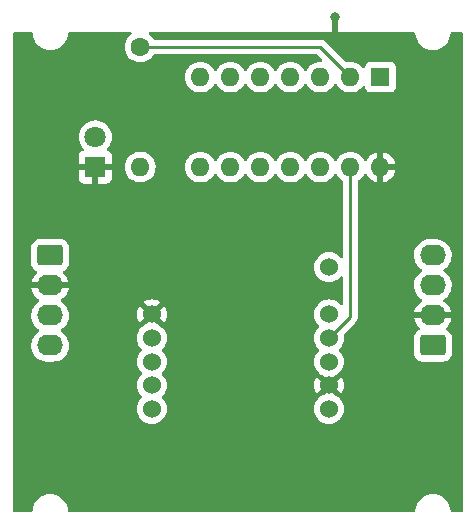
<source format=gbl>
%TF.GenerationSoftware,KiCad,Pcbnew,7.0.7*%
%TF.CreationDate,2023-09-28T15:49:41-05:00*%
%TF.ProjectId,iowa-rover-kiosk-rfid,696f7761-2d72-46f7-9665-722d6b696f73,rev?*%
%TF.SameCoordinates,Original*%
%TF.FileFunction,Copper,L2,Bot*%
%TF.FilePolarity,Positive*%
%FSLAX46Y46*%
G04 Gerber Fmt 4.6, Leading zero omitted, Abs format (unit mm)*
G04 Created by KiCad (PCBNEW 7.0.7) date 2023-09-28 15:49:41*
%MOMM*%
%LPD*%
G01*
G04 APERTURE LIST*
G04 Aperture macros list*
%AMRoundRect*
0 Rectangle with rounded corners*
0 $1 Rounding radius*
0 $2 $3 $4 $5 $6 $7 $8 $9 X,Y pos of 4 corners*
0 Add a 4 corners polygon primitive as box body*
4,1,4,$2,$3,$4,$5,$6,$7,$8,$9,$2,$3,0*
0 Add four circle primitives for the rounded corners*
1,1,$1+$1,$2,$3*
1,1,$1+$1,$4,$5*
1,1,$1+$1,$6,$7*
1,1,$1+$1,$8,$9*
0 Add four rect primitives between the rounded corners*
20,1,$1+$1,$2,$3,$4,$5,0*
20,1,$1+$1,$4,$5,$6,$7,0*
20,1,$1+$1,$6,$7,$8,$9,0*
20,1,$1+$1,$8,$9,$2,$3,0*%
G04 Aperture macros list end*
%TA.AperFunction,ComponentPad*%
%ADD10RoundRect,0.250000X-0.845000X0.620000X-0.845000X-0.620000X0.845000X-0.620000X0.845000X0.620000X0*%
%TD*%
%TA.AperFunction,ComponentPad*%
%ADD11O,2.190000X1.740000*%
%TD*%
%TA.AperFunction,ComponentPad*%
%ADD12C,1.524000*%
%TD*%
%TA.AperFunction,ComponentPad*%
%ADD13C,1.600000*%
%TD*%
%TA.AperFunction,ComponentPad*%
%ADD14O,1.600000X1.600000*%
%TD*%
%TA.AperFunction,ComponentPad*%
%ADD15R,1.800000X1.800000*%
%TD*%
%TA.AperFunction,ComponentPad*%
%ADD16C,1.800000*%
%TD*%
%TA.AperFunction,ComponentPad*%
%ADD17RoundRect,0.250000X0.845000X-0.620000X0.845000X0.620000X-0.845000X0.620000X-0.845000X-0.620000X0*%
%TD*%
%TA.AperFunction,ComponentPad*%
%ADD18R,1.600000X1.600000*%
%TD*%
%TA.AperFunction,ViaPad*%
%ADD19C,0.800000*%
%TD*%
%TA.AperFunction,Conductor*%
%ADD20C,0.500000*%
%TD*%
%TA.AperFunction,Conductor*%
%ADD21C,0.250000*%
%TD*%
G04 APERTURE END LIST*
D10*
%TO.P,J1,1,Pin_1*%
%TO.N,+5V*%
X102850000Y-50665000D03*
D11*
%TO.P,J1,2,Pin_2*%
%TO.N,GND*%
X102850000Y-53205000D03*
%TO.P,J1,3,Pin_3*%
%TO.N,/SDA*%
X102850000Y-55745000D03*
%TO.P,J1,4,Pin_4*%
%TO.N,/SCL*%
X102850000Y-58285000D03*
%TD*%
D12*
%TO.P,U1,1,GND*%
%TO.N,GND*%
X111465000Y-55665000D03*
%TO.P,U1,2,RES*%
%TO.N,+5V*%
X111465000Y-57665000D03*
%TO.P,U1,3*%
%TO.N,unconnected-(U1-Pad3)*%
X111465000Y-59665000D03*
%TO.P,U1,4*%
%TO.N,unconnected-(U1-Pad4)*%
X111465000Y-61665000D03*
%TO.P,U1,5,CP*%
%TO.N,unconnected-(U1-CP-Pad5)*%
X111465000Y-63665000D03*
%TO.P,U1,6,TIR*%
%TO.N,unconnected-(U1-TIR-Pad6)*%
X126465000Y-63665000D03*
%TO.P,U1,7,FMT*%
%TO.N,GND*%
X126465000Y-61665000D03*
%TO.P,U1,8,D1*%
%TO.N,unconnected-(U1-D1-Pad8)*%
X126465000Y-59665000D03*
%TO.P,U1,9,D0*%
%TO.N,Net-(U1-D0)*%
X126465000Y-57665000D03*
%TO.P,U1,10,READ*%
%TO.N,unconnected-(U1-READ-Pad10)*%
X126465000Y-55665000D03*
%TO.P,U1,11,PWR*%
%TO.N,+5V*%
X126465000Y-51665000D03*
%TD*%
D13*
%TO.P,R1,1*%
%TO.N,Net-(U2-XTAL1{slash}PB0)*%
X110490000Y-33020000D03*
D14*
%TO.P,R1,2*%
%TO.N,Net-(D1-A)*%
X110490000Y-43180000D03*
%TD*%
D15*
%TO.P,D1,1,K*%
%TO.N,GND*%
X106680000Y-43180000D03*
D16*
%TO.P,D1,2,A*%
%TO.N,Net-(D1-A)*%
X106680000Y-40640000D03*
%TD*%
D17*
%TO.P,J2,1,Pin_1*%
%TO.N,+5V*%
X135255000Y-58285000D03*
D11*
%TO.P,J2,2,Pin_2*%
%TO.N,GND*%
X135255000Y-55745000D03*
%TO.P,J2,3,Pin_3*%
%TO.N,/SDA*%
X135255000Y-53205000D03*
%TO.P,J2,4,Pin_4*%
%TO.N,/SCL*%
X135255000Y-50665000D03*
%TD*%
D18*
%TO.P,U2,1,VCC*%
%TO.N,+5V*%
X130815000Y-35570000D03*
D14*
%TO.P,U2,2,XTAL1/PB0*%
%TO.N,Net-(U2-XTAL1{slash}PB0)*%
X128275000Y-35570000D03*
%TO.P,U2,3,XTAL2/PB1*%
%TO.N,unconnected-(U2-XTAL2{slash}PB1-Pad3)*%
X125735000Y-35570000D03*
%TO.P,U2,4,~{RESET}/PB3*%
%TO.N,unconnected-(U2-~{RESET}{slash}PB3-Pad4)*%
X123195000Y-35570000D03*
%TO.P,U2,5,PB2*%
%TO.N,unconnected-(U2-PB2-Pad5)*%
X120655000Y-35570000D03*
%TO.P,U2,6,PA7*%
%TO.N,unconnected-(U2-PA7-Pad6)*%
X118115000Y-35570000D03*
%TO.P,U2,7,PA6*%
%TO.N,/SDA*%
X115575000Y-35570000D03*
%TO.P,U2,8,PA5*%
%TO.N,unconnected-(U2-PA5-Pad8)*%
X115575000Y-43190000D03*
%TO.P,U2,9,PA4*%
%TO.N,/SCL*%
X118115000Y-43190000D03*
%TO.P,U2,10,PA3*%
%TO.N,Net-(JP3-B)*%
X120655000Y-43190000D03*
%TO.P,U2,11,PA2*%
%TO.N,Net-(JP2-B)*%
X123195000Y-43190000D03*
%TO.P,U2,12,PA1*%
%TO.N,Net-(JP1-B)*%
X125735000Y-43190000D03*
%TO.P,U2,13,AREF/PA0*%
%TO.N,Net-(U1-D0)*%
X128275000Y-43190000D03*
%TO.P,U2,14,GND*%
%TO.N,GND*%
X130815000Y-43190000D03*
%TD*%
D19*
%TO.N,GND*%
X127000000Y-30480000D03*
%TD*%
D20*
%TO.N,GND*%
X127000000Y-30480000D02*
X127000000Y-31750000D01*
D21*
%TO.N,Net-(U2-XTAL1{slash}PB0)*%
X125725000Y-33020000D02*
X128275000Y-35570000D01*
X110490000Y-33020000D02*
X125725000Y-33020000D01*
%TO.N,Net-(U1-D0)*%
X128275000Y-43190000D02*
X128275000Y-55855000D01*
X128275000Y-55855000D02*
X126465000Y-57665000D01*
%TD*%
%TA.AperFunction,Conductor*%
%TO.N,GND*%
G36*
X101312539Y-31769685D02*
G01*
X101358294Y-31822489D01*
X101368471Y-31869274D01*
X101369076Y-31869224D01*
X101369454Y-31873790D01*
X101369500Y-31874000D01*
X101369500Y-31874334D01*
X101410429Y-32119616D01*
X101491169Y-32354802D01*
X101491172Y-32354811D01*
X101596740Y-32549883D01*
X101609526Y-32573509D01*
X101762262Y-32769744D01*
X101921744Y-32916557D01*
X101945217Y-32938166D01*
X102153393Y-33074173D01*
X102381118Y-33174063D01*
X102622175Y-33235107D01*
X102622179Y-33235108D01*
X102622181Y-33235108D01*
X102622186Y-33235109D01*
X102755376Y-33246145D01*
X102807933Y-33250500D01*
X102807935Y-33250500D01*
X102932065Y-33250500D01*
X102932067Y-33250500D01*
X102993284Y-33245427D01*
X103117813Y-33235109D01*
X103117816Y-33235108D01*
X103117821Y-33235108D01*
X103358881Y-33174063D01*
X103586607Y-33074173D01*
X103794785Y-32938164D01*
X103977738Y-32769744D01*
X104130474Y-32573509D01*
X104248828Y-32354810D01*
X104329571Y-32119614D01*
X104370500Y-31874335D01*
X104370500Y-31874000D01*
X104370539Y-31873865D01*
X104370924Y-31869224D01*
X104371879Y-31869303D01*
X104390185Y-31806961D01*
X104442989Y-31761206D01*
X104494500Y-31750000D01*
X109643117Y-31750000D01*
X109710156Y-31769685D01*
X109755911Y-31822489D01*
X109765855Y-31891647D01*
X109736830Y-31955203D01*
X109714240Y-31975575D01*
X109650858Y-32019954D01*
X109489954Y-32180858D01*
X109359432Y-32367265D01*
X109359431Y-32367267D01*
X109263261Y-32573502D01*
X109263258Y-32573511D01*
X109204366Y-32793302D01*
X109204364Y-32793313D01*
X109184532Y-33019998D01*
X109184532Y-33020001D01*
X109204364Y-33246686D01*
X109204366Y-33246697D01*
X109263258Y-33466488D01*
X109263261Y-33466497D01*
X109359431Y-33672732D01*
X109359432Y-33672734D01*
X109489954Y-33859141D01*
X109650858Y-34020045D01*
X109650861Y-34020047D01*
X109837266Y-34150568D01*
X110043504Y-34246739D01*
X110263308Y-34305635D01*
X110425230Y-34319801D01*
X110489998Y-34325468D01*
X110490000Y-34325468D01*
X110490002Y-34325468D01*
X110546672Y-34320509D01*
X110716692Y-34305635D01*
X110936496Y-34246739D01*
X111142734Y-34150568D01*
X111329139Y-34020047D01*
X111490047Y-33859139D01*
X111602612Y-33698377D01*
X111657189Y-33654752D01*
X111704188Y-33645500D01*
X125414548Y-33645500D01*
X125481587Y-33665185D01*
X125502229Y-33681819D01*
X125877591Y-34057181D01*
X125911076Y-34118504D01*
X125906092Y-34188196D01*
X125864220Y-34244129D01*
X125798756Y-34268546D01*
X125779104Y-34268390D01*
X125735003Y-34264532D01*
X125734998Y-34264532D01*
X125508313Y-34284364D01*
X125508302Y-34284366D01*
X125288511Y-34343258D01*
X125288502Y-34343261D01*
X125082267Y-34439431D01*
X125082265Y-34439432D01*
X124895858Y-34569954D01*
X124734954Y-34730858D01*
X124604432Y-34917265D01*
X124604430Y-34917268D01*
X124577380Y-34975277D01*
X124531207Y-35027715D01*
X124464013Y-35046866D01*
X124397132Y-35026649D01*
X124352619Y-34975277D01*
X124325568Y-34917266D01*
X124244855Y-34801994D01*
X124195045Y-34730858D01*
X124034141Y-34569954D01*
X123847734Y-34439432D01*
X123847732Y-34439431D01*
X123641497Y-34343261D01*
X123641488Y-34343258D01*
X123421697Y-34284366D01*
X123421693Y-34284365D01*
X123421692Y-34284365D01*
X123421691Y-34284364D01*
X123421686Y-34284364D01*
X123195002Y-34264532D01*
X123194998Y-34264532D01*
X122968313Y-34284364D01*
X122968302Y-34284366D01*
X122748511Y-34343258D01*
X122748502Y-34343261D01*
X122542267Y-34439431D01*
X122542265Y-34439432D01*
X122355858Y-34569954D01*
X122194954Y-34730858D01*
X122064432Y-34917265D01*
X122064430Y-34917268D01*
X122037380Y-34975277D01*
X121991207Y-35027715D01*
X121924013Y-35046866D01*
X121857132Y-35026649D01*
X121812619Y-34975277D01*
X121785568Y-34917266D01*
X121704855Y-34801994D01*
X121655045Y-34730858D01*
X121494141Y-34569954D01*
X121307734Y-34439432D01*
X121307732Y-34439431D01*
X121101497Y-34343261D01*
X121101488Y-34343258D01*
X120881697Y-34284366D01*
X120881693Y-34284365D01*
X120881692Y-34284365D01*
X120881691Y-34284364D01*
X120881686Y-34284364D01*
X120655002Y-34264532D01*
X120654998Y-34264532D01*
X120428313Y-34284364D01*
X120428302Y-34284366D01*
X120208511Y-34343258D01*
X120208502Y-34343261D01*
X120002267Y-34439431D01*
X120002265Y-34439432D01*
X119815858Y-34569954D01*
X119654954Y-34730858D01*
X119524432Y-34917265D01*
X119524430Y-34917268D01*
X119497380Y-34975277D01*
X119451207Y-35027715D01*
X119384013Y-35046866D01*
X119317132Y-35026649D01*
X119272619Y-34975277D01*
X119245568Y-34917266D01*
X119164855Y-34801994D01*
X119115045Y-34730858D01*
X118954141Y-34569954D01*
X118767734Y-34439432D01*
X118767732Y-34439431D01*
X118561497Y-34343261D01*
X118561488Y-34343258D01*
X118341697Y-34284366D01*
X118341693Y-34284365D01*
X118341692Y-34284365D01*
X118341691Y-34284364D01*
X118341686Y-34284364D01*
X118115002Y-34264532D01*
X118114998Y-34264532D01*
X117888313Y-34284364D01*
X117888302Y-34284366D01*
X117668511Y-34343258D01*
X117668502Y-34343261D01*
X117462267Y-34439431D01*
X117462265Y-34439432D01*
X117275858Y-34569954D01*
X117114954Y-34730858D01*
X116984432Y-34917265D01*
X116984430Y-34917268D01*
X116957380Y-34975277D01*
X116911207Y-35027715D01*
X116844013Y-35046866D01*
X116777132Y-35026649D01*
X116732619Y-34975277D01*
X116705568Y-34917266D01*
X116624855Y-34801994D01*
X116575045Y-34730858D01*
X116414141Y-34569954D01*
X116227734Y-34439432D01*
X116227732Y-34439431D01*
X116021497Y-34343261D01*
X116021488Y-34343258D01*
X115801697Y-34284366D01*
X115801693Y-34284365D01*
X115801692Y-34284365D01*
X115801691Y-34284364D01*
X115801686Y-34284364D01*
X115575002Y-34264532D01*
X115574998Y-34264532D01*
X115348313Y-34284364D01*
X115348302Y-34284366D01*
X115128511Y-34343258D01*
X115128502Y-34343261D01*
X114922267Y-34439431D01*
X114922265Y-34439432D01*
X114735858Y-34569954D01*
X114574954Y-34730858D01*
X114444432Y-34917265D01*
X114444431Y-34917267D01*
X114348261Y-35123502D01*
X114348258Y-35123511D01*
X114289366Y-35343302D01*
X114289364Y-35343313D01*
X114269532Y-35569998D01*
X114269532Y-35570001D01*
X114289364Y-35796686D01*
X114289366Y-35796697D01*
X114348258Y-36016488D01*
X114348261Y-36016497D01*
X114444431Y-36222732D01*
X114444432Y-36222734D01*
X114574954Y-36409141D01*
X114735858Y-36570045D01*
X114735861Y-36570047D01*
X114922266Y-36700568D01*
X115128504Y-36796739D01*
X115348308Y-36855635D01*
X115510230Y-36869801D01*
X115574998Y-36875468D01*
X115575000Y-36875468D01*
X115575002Y-36875468D01*
X115631807Y-36870498D01*
X115801692Y-36855635D01*
X116021496Y-36796739D01*
X116227734Y-36700568D01*
X116414139Y-36570047D01*
X116575047Y-36409139D01*
X116705568Y-36222734D01*
X116732618Y-36164724D01*
X116778790Y-36112285D01*
X116845983Y-36093133D01*
X116912865Y-36113348D01*
X116957382Y-36164725D01*
X116984429Y-36222728D01*
X116984432Y-36222734D01*
X117114954Y-36409141D01*
X117275858Y-36570045D01*
X117275861Y-36570047D01*
X117462266Y-36700568D01*
X117668504Y-36796739D01*
X117888308Y-36855635D01*
X118050230Y-36869801D01*
X118114998Y-36875468D01*
X118115000Y-36875468D01*
X118115002Y-36875468D01*
X118171807Y-36870498D01*
X118341692Y-36855635D01*
X118561496Y-36796739D01*
X118767734Y-36700568D01*
X118954139Y-36570047D01*
X119115047Y-36409139D01*
X119245568Y-36222734D01*
X119272618Y-36164724D01*
X119318790Y-36112285D01*
X119385983Y-36093133D01*
X119452865Y-36113348D01*
X119497382Y-36164725D01*
X119524429Y-36222728D01*
X119524432Y-36222734D01*
X119654954Y-36409141D01*
X119815858Y-36570045D01*
X119815861Y-36570047D01*
X120002266Y-36700568D01*
X120208504Y-36796739D01*
X120428308Y-36855635D01*
X120590230Y-36869801D01*
X120654998Y-36875468D01*
X120655000Y-36875468D01*
X120655002Y-36875468D01*
X120711807Y-36870498D01*
X120881692Y-36855635D01*
X121101496Y-36796739D01*
X121307734Y-36700568D01*
X121494139Y-36570047D01*
X121655047Y-36409139D01*
X121785568Y-36222734D01*
X121812618Y-36164724D01*
X121858790Y-36112285D01*
X121925983Y-36093133D01*
X121992865Y-36113348D01*
X122037382Y-36164725D01*
X122064429Y-36222728D01*
X122064432Y-36222734D01*
X122194954Y-36409141D01*
X122355858Y-36570045D01*
X122355861Y-36570047D01*
X122542266Y-36700568D01*
X122748504Y-36796739D01*
X122968308Y-36855635D01*
X123130230Y-36869801D01*
X123194998Y-36875468D01*
X123195000Y-36875468D01*
X123195002Y-36875468D01*
X123251807Y-36870498D01*
X123421692Y-36855635D01*
X123641496Y-36796739D01*
X123847734Y-36700568D01*
X124034139Y-36570047D01*
X124195047Y-36409139D01*
X124325568Y-36222734D01*
X124352619Y-36164721D01*
X124398788Y-36112286D01*
X124465981Y-36093133D01*
X124532862Y-36113348D01*
X124577380Y-36164722D01*
X124604432Y-36222734D01*
X124604433Y-36222735D01*
X124734954Y-36409141D01*
X124895858Y-36570045D01*
X124895861Y-36570047D01*
X125082266Y-36700568D01*
X125288504Y-36796739D01*
X125508308Y-36855635D01*
X125670230Y-36869801D01*
X125734998Y-36875468D01*
X125735000Y-36875468D01*
X125735002Y-36875468D01*
X125791807Y-36870498D01*
X125961692Y-36855635D01*
X126181496Y-36796739D01*
X126387734Y-36700568D01*
X126574139Y-36570047D01*
X126735047Y-36409139D01*
X126865568Y-36222734D01*
X126892619Y-36164721D01*
X126938788Y-36112286D01*
X127005981Y-36093133D01*
X127072862Y-36113348D01*
X127117380Y-36164722D01*
X127144432Y-36222734D01*
X127144433Y-36222735D01*
X127274954Y-36409141D01*
X127435858Y-36570045D01*
X127435861Y-36570047D01*
X127622266Y-36700568D01*
X127828504Y-36796739D01*
X128048308Y-36855635D01*
X128210230Y-36869801D01*
X128274998Y-36875468D01*
X128275000Y-36875468D01*
X128275002Y-36875468D01*
X128331807Y-36870498D01*
X128501692Y-36855635D01*
X128721496Y-36796739D01*
X128927734Y-36700568D01*
X129114139Y-36570047D01*
X129275047Y-36409139D01*
X129292271Y-36384539D01*
X129346848Y-36340913D01*
X129416346Y-36333718D01*
X129478701Y-36365239D01*
X129514116Y-36425468D01*
X129517138Y-36442406D01*
X129520908Y-36477483D01*
X129571202Y-36612328D01*
X129571206Y-36612335D01*
X129657452Y-36727544D01*
X129657455Y-36727547D01*
X129772664Y-36813793D01*
X129772671Y-36813797D01*
X129907517Y-36864091D01*
X129907516Y-36864091D01*
X129914444Y-36864835D01*
X129967127Y-36870500D01*
X131662872Y-36870499D01*
X131722483Y-36864091D01*
X131857331Y-36813796D01*
X131972546Y-36727546D01*
X132058796Y-36612331D01*
X132109091Y-36477483D01*
X132115500Y-36417873D01*
X132115499Y-34722128D01*
X132109091Y-34662517D01*
X132074567Y-34569954D01*
X132058797Y-34527671D01*
X132058793Y-34527664D01*
X131972547Y-34412455D01*
X131972544Y-34412452D01*
X131857335Y-34326206D01*
X131857328Y-34326202D01*
X131722482Y-34275908D01*
X131722483Y-34275908D01*
X131662883Y-34269501D01*
X131662881Y-34269500D01*
X131662873Y-34269500D01*
X131662864Y-34269500D01*
X129967129Y-34269500D01*
X129967123Y-34269501D01*
X129907516Y-34275908D01*
X129772671Y-34326202D01*
X129772664Y-34326206D01*
X129657455Y-34412452D01*
X129657452Y-34412455D01*
X129571206Y-34527664D01*
X129571202Y-34527671D01*
X129520908Y-34662516D01*
X129517137Y-34697596D01*
X129490398Y-34762146D01*
X129433006Y-34801994D01*
X129363180Y-34804487D01*
X129303092Y-34768834D01*
X129292273Y-34755462D01*
X129275045Y-34730858D01*
X129114141Y-34569954D01*
X128927734Y-34439432D01*
X128927732Y-34439431D01*
X128721497Y-34343261D01*
X128721488Y-34343258D01*
X128501697Y-34284366D01*
X128501693Y-34284365D01*
X128501692Y-34284365D01*
X128501691Y-34284364D01*
X128501686Y-34284364D01*
X128275002Y-34264532D01*
X128274999Y-34264532D01*
X128048313Y-34284364D01*
X128048296Y-34284367D01*
X127979949Y-34302680D01*
X127910099Y-34301016D01*
X127860177Y-34270586D01*
X126225803Y-32636212D01*
X126215980Y-32623950D01*
X126215759Y-32624134D01*
X126210786Y-32618123D01*
X126160364Y-32570773D01*
X126149919Y-32560328D01*
X126139475Y-32549883D01*
X126133986Y-32545625D01*
X126129561Y-32541847D01*
X126095582Y-32509938D01*
X126095580Y-32509936D01*
X126095577Y-32509935D01*
X126078029Y-32500288D01*
X126061763Y-32489604D01*
X126045933Y-32477325D01*
X126003168Y-32458818D01*
X125997922Y-32456248D01*
X125957093Y-32433803D01*
X125957092Y-32433802D01*
X125937693Y-32428822D01*
X125919281Y-32422518D01*
X125900898Y-32414562D01*
X125900892Y-32414560D01*
X125854874Y-32407272D01*
X125849152Y-32406087D01*
X125804021Y-32394500D01*
X125804019Y-32394500D01*
X125783984Y-32394500D01*
X125764586Y-32392973D01*
X125757162Y-32391797D01*
X125744805Y-32389840D01*
X125744804Y-32389840D01*
X125698416Y-32394225D01*
X125692578Y-32394500D01*
X111704188Y-32394500D01*
X111637149Y-32374815D01*
X111602613Y-32341623D01*
X111490045Y-32180858D01*
X111329141Y-32019954D01*
X111265760Y-31975575D01*
X111222135Y-31920999D01*
X111214941Y-31851501D01*
X111246463Y-31789146D01*
X111306693Y-31753731D01*
X111336883Y-31750000D01*
X133630500Y-31750000D01*
X133697539Y-31769685D01*
X133743294Y-31822489D01*
X133753471Y-31869274D01*
X133754076Y-31869224D01*
X133754454Y-31873790D01*
X133754500Y-31874000D01*
X133754500Y-31874334D01*
X133795429Y-32119616D01*
X133876169Y-32354802D01*
X133876172Y-32354811D01*
X133981740Y-32549883D01*
X133994526Y-32573509D01*
X134147262Y-32769744D01*
X134306744Y-32916557D01*
X134330217Y-32938166D01*
X134538393Y-33074173D01*
X134766118Y-33174063D01*
X135007175Y-33235107D01*
X135007179Y-33235108D01*
X135007181Y-33235108D01*
X135007186Y-33235109D01*
X135140376Y-33246145D01*
X135192933Y-33250500D01*
X135192935Y-33250500D01*
X135317065Y-33250500D01*
X135317067Y-33250500D01*
X135378284Y-33245427D01*
X135502813Y-33235109D01*
X135502816Y-33235108D01*
X135502821Y-33235108D01*
X135743881Y-33174063D01*
X135971607Y-33074173D01*
X136179785Y-32938164D01*
X136362738Y-32769744D01*
X136515474Y-32573509D01*
X136633828Y-32354810D01*
X136714571Y-32119614D01*
X136755500Y-31874335D01*
X136755500Y-31874000D01*
X136755539Y-31873865D01*
X136755924Y-31869224D01*
X136756879Y-31869303D01*
X136775185Y-31806961D01*
X136827989Y-31761206D01*
X136879500Y-31750000D01*
X137671000Y-31750000D01*
X137738039Y-31769685D01*
X137783794Y-31822489D01*
X137795000Y-31874000D01*
X137795000Y-72266000D01*
X137775315Y-72333039D01*
X137722511Y-72378794D01*
X137671000Y-72390000D01*
X136879500Y-72390000D01*
X136812461Y-72370315D01*
X136766706Y-72317511D01*
X136756528Y-72270725D01*
X136755924Y-72270776D01*
X136755545Y-72266209D01*
X136755500Y-72266000D01*
X136755500Y-72265665D01*
X136714570Y-72020383D01*
X136633830Y-71785197D01*
X136633827Y-71785188D01*
X136515475Y-71566493D01*
X136515474Y-71566491D01*
X136362738Y-71370256D01*
X136179785Y-71201836D01*
X136179782Y-71201833D01*
X135971606Y-71065826D01*
X135743881Y-70965936D01*
X135502824Y-70904892D01*
X135502813Y-70904890D01*
X135337548Y-70891197D01*
X135317067Y-70889500D01*
X135192933Y-70889500D01*
X135173521Y-70891108D01*
X135007186Y-70904890D01*
X135007175Y-70904892D01*
X134766118Y-70965936D01*
X134538393Y-71065826D01*
X134330217Y-71201833D01*
X134147261Y-71370257D01*
X133994524Y-71566493D01*
X133876172Y-71785188D01*
X133876169Y-71785197D01*
X133795429Y-72020383D01*
X133754500Y-72265665D01*
X133754500Y-72266000D01*
X133754460Y-72266134D01*
X133754076Y-72270776D01*
X133753120Y-72270696D01*
X133734815Y-72333039D01*
X133682011Y-72378794D01*
X133630500Y-72390000D01*
X104494500Y-72390000D01*
X104427461Y-72370315D01*
X104381706Y-72317511D01*
X104371528Y-72270725D01*
X104370924Y-72270776D01*
X104370545Y-72266209D01*
X104370500Y-72266000D01*
X104370500Y-72265665D01*
X104329570Y-72020383D01*
X104248830Y-71785197D01*
X104248827Y-71785188D01*
X104130475Y-71566493D01*
X104130474Y-71566491D01*
X103977738Y-71370256D01*
X103794785Y-71201836D01*
X103794782Y-71201833D01*
X103586606Y-71065826D01*
X103358881Y-70965936D01*
X103117824Y-70904892D01*
X103117813Y-70904890D01*
X102952548Y-70891197D01*
X102932067Y-70889500D01*
X102807933Y-70889500D01*
X102788521Y-70891108D01*
X102622186Y-70904890D01*
X102622175Y-70904892D01*
X102381118Y-70965936D01*
X102153393Y-71065826D01*
X101945217Y-71201833D01*
X101762261Y-71370257D01*
X101609524Y-71566493D01*
X101491172Y-71785188D01*
X101491169Y-71785197D01*
X101410429Y-72020383D01*
X101369500Y-72265665D01*
X101369500Y-72266000D01*
X101369460Y-72266134D01*
X101369076Y-72270776D01*
X101368120Y-72270696D01*
X101349815Y-72333039D01*
X101297011Y-72378794D01*
X101245500Y-72390000D01*
X99819500Y-72390000D01*
X99752461Y-72370315D01*
X99706706Y-72317511D01*
X99695500Y-72266000D01*
X99695500Y-63665002D01*
X110197677Y-63665002D01*
X110216929Y-63885062D01*
X110216930Y-63885070D01*
X110274104Y-64098445D01*
X110274105Y-64098447D01*
X110274106Y-64098450D01*
X110367466Y-64298662D01*
X110367468Y-64298666D01*
X110494170Y-64479615D01*
X110494175Y-64479621D01*
X110650378Y-64635824D01*
X110650384Y-64635829D01*
X110831333Y-64762531D01*
X110831335Y-64762532D01*
X110831338Y-64762534D01*
X111031550Y-64855894D01*
X111244932Y-64913070D01*
X111402123Y-64926822D01*
X111464998Y-64932323D01*
X111465000Y-64932323D01*
X111465002Y-64932323D01*
X111520016Y-64927509D01*
X111685068Y-64913070D01*
X111898450Y-64855894D01*
X112098662Y-64762534D01*
X112279620Y-64635826D01*
X112435826Y-64479620D01*
X112562534Y-64298662D01*
X112655894Y-64098450D01*
X112713070Y-63885068D01*
X112732323Y-63665000D01*
X112713070Y-63444932D01*
X112655894Y-63231550D01*
X112562534Y-63031339D01*
X112435826Y-62850380D01*
X112435824Y-62850377D01*
X112338127Y-62752680D01*
X112304642Y-62691357D01*
X112309626Y-62621665D01*
X112338123Y-62577322D01*
X112435826Y-62479620D01*
X112562534Y-62298662D01*
X112655894Y-62098450D01*
X112713070Y-61885068D01*
X112732323Y-61665000D01*
X112729532Y-61633102D01*
X112724027Y-61570177D01*
X112713070Y-61444932D01*
X112655894Y-61231550D01*
X112562534Y-61031339D01*
X112435826Y-60850380D01*
X112435824Y-60850377D01*
X112338127Y-60752680D01*
X112304642Y-60691357D01*
X112309626Y-60621665D01*
X112338123Y-60577322D01*
X112435826Y-60479620D01*
X112562534Y-60298662D01*
X112655894Y-60098450D01*
X112713070Y-59885068D01*
X112732323Y-59665000D01*
X112730194Y-59640670D01*
X112721243Y-59538353D01*
X112713070Y-59444932D01*
X112655894Y-59231550D01*
X112562534Y-59031339D01*
X112435826Y-58850380D01*
X112435824Y-58850377D01*
X112338127Y-58752680D01*
X112304642Y-58691357D01*
X112309626Y-58621665D01*
X112338123Y-58577322D01*
X112435826Y-58479620D01*
X112562534Y-58298662D01*
X112655894Y-58098450D01*
X112713070Y-57885068D01*
X112732323Y-57665000D01*
X112727948Y-57614998D01*
X112713070Y-57444937D01*
X112713070Y-57444932D01*
X112655894Y-57231550D01*
X112562534Y-57031339D01*
X112475544Y-56907103D01*
X112435827Y-56850381D01*
X112362440Y-56776994D01*
X112279620Y-56694174D01*
X112279616Y-56694171D01*
X112279615Y-56694170D01*
X112098666Y-56567468D01*
X112098662Y-56567466D01*
X111959677Y-56502656D01*
X111924401Y-56477955D01*
X111634276Y-56187829D01*
X111600791Y-56126506D01*
X111605775Y-56056814D01*
X111647647Y-56000881D01*
X111662933Y-55991097D01*
X111702251Y-55969820D01*
X111788371Y-55876269D01*
X111789083Y-55874643D01*
X111790652Y-55872777D01*
X111793992Y-55867666D01*
X111794609Y-55868069D01*
X111834036Y-55821158D01*
X111900770Y-55800464D01*
X111968099Y-55819135D01*
X111990322Y-55836769D01*
X112516740Y-56363187D01*
X112516742Y-56363186D01*
X112562093Y-56298420D01*
X112562100Y-56298408D01*
X112655419Y-56098284D01*
X112655424Y-56098270D01*
X112712573Y-55884986D01*
X112712575Y-55884976D01*
X112731821Y-55665000D01*
X112731821Y-55664999D01*
X112712575Y-55445023D01*
X112712573Y-55445013D01*
X112655424Y-55231729D01*
X112655420Y-55231720D01*
X112562098Y-55031590D01*
X112516740Y-54966811D01*
X111987949Y-55495602D01*
X111926626Y-55529087D01*
X111856934Y-55524103D01*
X111801001Y-55482231D01*
X111796460Y-55475743D01*
X111749189Y-55403391D01*
X111749187Y-55403388D01*
X111693673Y-55360180D01*
X111648843Y-55325287D01*
X111648840Y-55325285D01*
X111648488Y-55325012D01*
X111607675Y-55268301D01*
X111604000Y-55198529D01*
X111636969Y-55139477D01*
X112163187Y-54613258D01*
X112098409Y-54567900D01*
X112098407Y-54567899D01*
X111898284Y-54474580D01*
X111898270Y-54474575D01*
X111684986Y-54417426D01*
X111684976Y-54417424D01*
X111465001Y-54398179D01*
X111464999Y-54398179D01*
X111245023Y-54417424D01*
X111245013Y-54417426D01*
X111031729Y-54474575D01*
X111031720Y-54474579D01*
X110831586Y-54567903D01*
X110766812Y-54613257D01*
X110766811Y-54613258D01*
X111295723Y-55142170D01*
X111329208Y-55203493D01*
X111324224Y-55273185D01*
X111282352Y-55329118D01*
X111267059Y-55338906D01*
X111227749Y-55360179D01*
X111227748Y-55360179D01*
X111141626Y-55453733D01*
X111141626Y-55453734D01*
X111140911Y-55455365D01*
X111139340Y-55457233D01*
X111136008Y-55462334D01*
X111135391Y-55461931D01*
X111095952Y-55508849D01*
X111029215Y-55529535D01*
X110961888Y-55510857D01*
X110939677Y-55493230D01*
X110413258Y-54966811D01*
X110413257Y-54966812D01*
X110367903Y-55031586D01*
X110274579Y-55231720D01*
X110274575Y-55231729D01*
X110217426Y-55445013D01*
X110217424Y-55445023D01*
X110198179Y-55664999D01*
X110198179Y-55665000D01*
X110217424Y-55884976D01*
X110217426Y-55884986D01*
X110274575Y-56098270D01*
X110274580Y-56098284D01*
X110367899Y-56298407D01*
X110367900Y-56298409D01*
X110413258Y-56363187D01*
X110942050Y-55834395D01*
X111003373Y-55800910D01*
X111073064Y-55805894D01*
X111128998Y-55847765D01*
X111133539Y-55854254D01*
X111180813Y-55926612D01*
X111281157Y-56004713D01*
X111281160Y-56004714D01*
X111281511Y-56004987D01*
X111322324Y-56061697D01*
X111325999Y-56131470D01*
X111293030Y-56190522D01*
X111005597Y-56477955D01*
X110970322Y-56502656D01*
X110831339Y-56567465D01*
X110650377Y-56694175D01*
X110494175Y-56850377D01*
X110367466Y-57031338D01*
X110367465Y-57031340D01*
X110274107Y-57231548D01*
X110274104Y-57231554D01*
X110216930Y-57444929D01*
X110216929Y-57444937D01*
X110197677Y-57664997D01*
X110197677Y-57665002D01*
X110216929Y-57885062D01*
X110216930Y-57885070D01*
X110274104Y-58098445D01*
X110274105Y-58098447D01*
X110274106Y-58098450D01*
X110333874Y-58226624D01*
X110367466Y-58298662D01*
X110367468Y-58298666D01*
X110494170Y-58479615D01*
X110494175Y-58479621D01*
X110591872Y-58577318D01*
X110625357Y-58638641D01*
X110620373Y-58708333D01*
X110591873Y-58752680D01*
X110494172Y-58850381D01*
X110367466Y-59031338D01*
X110367465Y-59031340D01*
X110274107Y-59231548D01*
X110274104Y-59231554D01*
X110216930Y-59444929D01*
X110216929Y-59444937D01*
X110197677Y-59664997D01*
X110197677Y-59665002D01*
X110216929Y-59885062D01*
X110216930Y-59885070D01*
X110274104Y-60098445D01*
X110274105Y-60098447D01*
X110274106Y-60098450D01*
X110367466Y-60298662D01*
X110367468Y-60298666D01*
X110494170Y-60479615D01*
X110494175Y-60479621D01*
X110591872Y-60577318D01*
X110625357Y-60638641D01*
X110620373Y-60708333D01*
X110591873Y-60752680D01*
X110494172Y-60850381D01*
X110367466Y-61031338D01*
X110367465Y-61031340D01*
X110274107Y-61231548D01*
X110274104Y-61231554D01*
X110216930Y-61444929D01*
X110216929Y-61444937D01*
X110197677Y-61664997D01*
X110197677Y-61665002D01*
X110216929Y-61885062D01*
X110216930Y-61885070D01*
X110274104Y-62098445D01*
X110274105Y-62098447D01*
X110274106Y-62098450D01*
X110315784Y-62187829D01*
X110367466Y-62298662D01*
X110367468Y-62298666D01*
X110494170Y-62479615D01*
X110494175Y-62479621D01*
X110591872Y-62577318D01*
X110625357Y-62638641D01*
X110620373Y-62708333D01*
X110591873Y-62752680D01*
X110494172Y-62850381D01*
X110367466Y-63031338D01*
X110367465Y-63031340D01*
X110274107Y-63231548D01*
X110274104Y-63231554D01*
X110216930Y-63444929D01*
X110216929Y-63444937D01*
X110197677Y-63664997D01*
X110197677Y-63665002D01*
X99695500Y-63665002D01*
X99695500Y-58226624D01*
X101250784Y-58226624D01*
X101260685Y-58459700D01*
X101260686Y-58459709D01*
X101309836Y-58687766D01*
X101309837Y-58687769D01*
X101396819Y-58904231D01*
X101396821Y-58904235D01*
X101519138Y-59102891D01*
X101632372Y-59231550D01*
X101673270Y-59278019D01*
X101673273Y-59278022D01*
X101854773Y-59424573D01*
X101854779Y-59424578D01*
X102058445Y-59538353D01*
X102058448Y-59538354D01*
X102278416Y-59616073D01*
X102406725Y-59638074D01*
X102508344Y-59655499D01*
X102508353Y-59655500D01*
X103133221Y-59655500D01*
X103307446Y-59640671D01*
X103307446Y-59640670D01*
X103307453Y-59640670D01*
X103533219Y-59581885D01*
X103745802Y-59485792D01*
X103939088Y-59355153D01*
X104107516Y-59193728D01*
X104246240Y-59006161D01*
X104351270Y-58797847D01*
X104419583Y-58574780D01*
X104449216Y-58343376D01*
X104439314Y-58110293D01*
X104390164Y-57882235D01*
X104303179Y-57665765D01*
X104180862Y-57467109D01*
X104026731Y-57291982D01*
X104026729Y-57291980D01*
X104026726Y-57291977D01*
X103845226Y-57145426D01*
X103845215Y-57145419D01*
X103804897Y-57122895D01*
X103755971Y-57073015D01*
X103741779Y-57004602D01*
X103766827Y-56939376D01*
X103795931Y-56911910D01*
X103939088Y-56815153D01*
X104107516Y-56653728D01*
X104246240Y-56466161D01*
X104351270Y-56257847D01*
X104419583Y-56034780D01*
X104449216Y-55803376D01*
X104439314Y-55570293D01*
X104390164Y-55342235D01*
X104303179Y-55125765D01*
X104180862Y-54927109D01*
X104026731Y-54751982D01*
X104026729Y-54751980D01*
X104026726Y-54751977D01*
X103845226Y-54605426D01*
X103845216Y-54605419D01*
X103804408Y-54582622D01*
X103755482Y-54532742D01*
X103741290Y-54464329D01*
X103766338Y-54399104D01*
X103795447Y-54371633D01*
X103938772Y-54274763D01*
X104107139Y-54113396D01*
X104107140Y-54113395D01*
X104245810Y-53925902D01*
X104350803Y-53717661D01*
X104419093Y-53494670D01*
X104424173Y-53455000D01*
X103558616Y-53455000D01*
X103491577Y-53435315D01*
X103445822Y-53382511D01*
X103435677Y-53314815D01*
X103450134Y-53205001D01*
X103450134Y-53204998D01*
X103435677Y-53095185D01*
X103446443Y-53026150D01*
X103492823Y-52973894D01*
X103558616Y-52955000D01*
X104422576Y-52955000D01*
X104422575Y-52954999D01*
X104389683Y-52802380D01*
X104389683Y-52802379D01*
X104302732Y-52585994D01*
X104180458Y-52387407D01*
X104026383Y-52212344D01*
X103986202Y-52179900D01*
X103946410Y-52122469D01*
X103943984Y-52052642D01*
X103979694Y-51992587D01*
X104011714Y-51971034D01*
X104014321Y-51969818D01*
X104014334Y-51969814D01*
X104163656Y-51877712D01*
X104287712Y-51753656D01*
X104379814Y-51604334D01*
X104434999Y-51437797D01*
X104445500Y-51335009D01*
X104445499Y-49994992D01*
X104434999Y-49892203D01*
X104379814Y-49725666D01*
X104287712Y-49576344D01*
X104163656Y-49452288D01*
X104027189Y-49368115D01*
X104014336Y-49360187D01*
X104014331Y-49360185D01*
X104012862Y-49359698D01*
X103847797Y-49305001D01*
X103847795Y-49305000D01*
X103745010Y-49294500D01*
X101954998Y-49294500D01*
X101954981Y-49294501D01*
X101852203Y-49305000D01*
X101852200Y-49305001D01*
X101685668Y-49360185D01*
X101685663Y-49360187D01*
X101536342Y-49452289D01*
X101412289Y-49576342D01*
X101320187Y-49725663D01*
X101320185Y-49725666D01*
X101320186Y-49725666D01*
X101265001Y-49892203D01*
X101265001Y-49892204D01*
X101265000Y-49892204D01*
X101254500Y-49994983D01*
X101254500Y-51335001D01*
X101254501Y-51335018D01*
X101265000Y-51437796D01*
X101265001Y-51437799D01*
X101310043Y-51573726D01*
X101320186Y-51604334D01*
X101412288Y-51753656D01*
X101536344Y-51877712D01*
X101685666Y-51969814D01*
X101685669Y-51969815D01*
X101688419Y-51971097D01*
X101689991Y-51972481D01*
X101691813Y-51973605D01*
X101691621Y-51973916D01*
X101740861Y-52017267D01*
X101760016Y-52084460D01*
X101739803Y-52151342D01*
X101721821Y-52173004D01*
X101592860Y-52296603D01*
X101592859Y-52296604D01*
X101454189Y-52484097D01*
X101349196Y-52692338D01*
X101280906Y-52915329D01*
X101275826Y-52954999D01*
X101275827Y-52955000D01*
X102141384Y-52955000D01*
X102208423Y-52974685D01*
X102254178Y-53027489D01*
X102264323Y-53095185D01*
X102249866Y-53204998D01*
X102249866Y-53205001D01*
X102264323Y-53314815D01*
X102253557Y-53383850D01*
X102207177Y-53436106D01*
X102141384Y-53455000D01*
X101277424Y-53455000D01*
X101310316Y-53607619D01*
X101310316Y-53607620D01*
X101397267Y-53824005D01*
X101519541Y-54022592D01*
X101673617Y-54197656D01*
X101673621Y-54197660D01*
X101855054Y-54344157D01*
X101855060Y-54344162D01*
X101895565Y-54366789D01*
X101944491Y-54416669D01*
X101958684Y-54485082D01*
X101933637Y-54550308D01*
X101904529Y-54577778D01*
X101760907Y-54674850D01*
X101592483Y-54836272D01*
X101592482Y-54836273D01*
X101453762Y-55023834D01*
X101348733Y-55232147D01*
X101348730Y-55232153D01*
X101280416Y-55455223D01*
X101250784Y-55686624D01*
X101260685Y-55919700D01*
X101260686Y-55919709D01*
X101309836Y-56147766D01*
X101309837Y-56147769D01*
X101396819Y-56364231D01*
X101396821Y-56364235D01*
X101519138Y-56562891D01*
X101672954Y-56737660D01*
X101673270Y-56738019D01*
X101673273Y-56738022D01*
X101854773Y-56884573D01*
X101854775Y-56884574D01*
X101854780Y-56884578D01*
X101895102Y-56907103D01*
X101944028Y-56956983D01*
X101958220Y-57025396D01*
X101933172Y-57090622D01*
X101904065Y-57118092D01*
X101760907Y-57214850D01*
X101592483Y-57376272D01*
X101592482Y-57376273D01*
X101453762Y-57563834D01*
X101348733Y-57772147D01*
X101348730Y-57772153D01*
X101280416Y-57995223D01*
X101250784Y-58226624D01*
X99695500Y-58226624D01*
X99695500Y-40640006D01*
X105274700Y-40640006D01*
X105293864Y-40871297D01*
X105293866Y-40871308D01*
X105350842Y-41096300D01*
X105444075Y-41308848D01*
X105571018Y-41503150D01*
X105666167Y-41606510D01*
X105697089Y-41669164D01*
X105689228Y-41738590D01*
X105645081Y-41792746D01*
X105618271Y-41806674D01*
X105537911Y-41836646D01*
X105537906Y-41836649D01*
X105422812Y-41922809D01*
X105422809Y-41922812D01*
X105336649Y-42037906D01*
X105336645Y-42037913D01*
X105286403Y-42172620D01*
X105286401Y-42172627D01*
X105280000Y-42232155D01*
X105280000Y-42930000D01*
X106119997Y-42930000D01*
X106187036Y-42949685D01*
X106232791Y-43002489D01*
X106242735Y-43071647D01*
X106240888Y-43081592D01*
X106226189Y-43145992D01*
X106226189Y-43145993D01*
X106237021Y-43290532D01*
X106234920Y-43290689D01*
X106231405Y-43348139D01*
X106190110Y-43404499D01*
X106124899Y-43429587D01*
X106114784Y-43430000D01*
X105280000Y-43430000D01*
X105280000Y-44127844D01*
X105286401Y-44187372D01*
X105286403Y-44187379D01*
X105336645Y-44322086D01*
X105336649Y-44322093D01*
X105422809Y-44437187D01*
X105422812Y-44437190D01*
X105537906Y-44523350D01*
X105537913Y-44523354D01*
X105672620Y-44573596D01*
X105672627Y-44573598D01*
X105732155Y-44579999D01*
X105732172Y-44580000D01*
X106429999Y-44580000D01*
X106429999Y-43741820D01*
X106449683Y-43674781D01*
X106502487Y-43629026D01*
X106571646Y-43619082D01*
X106590544Y-43623328D01*
X106612173Y-43630000D01*
X106713723Y-43630000D01*
X106713724Y-43630000D01*
X106787519Y-43618877D01*
X106856742Y-43628350D01*
X106909857Y-43673744D01*
X106929997Y-43740648D01*
X106930000Y-43741492D01*
X106930000Y-44580000D01*
X107627828Y-44580000D01*
X107627844Y-44579999D01*
X107687372Y-44573598D01*
X107687379Y-44573596D01*
X107822086Y-44523354D01*
X107822093Y-44523350D01*
X107937187Y-44437190D01*
X107937190Y-44437187D01*
X108023350Y-44322093D01*
X108023354Y-44322086D01*
X108073596Y-44187379D01*
X108073598Y-44187372D01*
X108079999Y-44127844D01*
X108080000Y-44127827D01*
X108080000Y-43430000D01*
X107240003Y-43430000D01*
X107172964Y-43410315D01*
X107127209Y-43357511D01*
X107117265Y-43288353D01*
X107119112Y-43278408D01*
X107133810Y-43214007D01*
X107133810Y-43214006D01*
X107131262Y-43180001D01*
X109184532Y-43180001D01*
X109204364Y-43406686D01*
X109204366Y-43406697D01*
X109263258Y-43626488D01*
X109263261Y-43626497D01*
X109359431Y-43832732D01*
X109359432Y-43832734D01*
X109489954Y-44019141D01*
X109650858Y-44180045D01*
X109650861Y-44180047D01*
X109837266Y-44310568D01*
X110043504Y-44406739D01*
X110043509Y-44406740D01*
X110043511Y-44406741D01*
X110080821Y-44416738D01*
X110263308Y-44465635D01*
X110425230Y-44479801D01*
X110489998Y-44485468D01*
X110490000Y-44485468D01*
X110490002Y-44485468D01*
X110546673Y-44480509D01*
X110716692Y-44465635D01*
X110936496Y-44406739D01*
X111142734Y-44310568D01*
X111329139Y-44180047D01*
X111490047Y-44019139D01*
X111620568Y-43832734D01*
X111716739Y-43626496D01*
X111775635Y-43406692D01*
X111794593Y-43190001D01*
X114269532Y-43190001D01*
X114289364Y-43416686D01*
X114289366Y-43416697D01*
X114348258Y-43636488D01*
X114348261Y-43636497D01*
X114444431Y-43842732D01*
X114444432Y-43842734D01*
X114574954Y-44029141D01*
X114735858Y-44190045D01*
X114735861Y-44190047D01*
X114922266Y-44320568D01*
X115128504Y-44416739D01*
X115348308Y-44475635D01*
X115510230Y-44489801D01*
X115574998Y-44495468D01*
X115575000Y-44495468D01*
X115575002Y-44495468D01*
X115631673Y-44490509D01*
X115801692Y-44475635D01*
X116021496Y-44416739D01*
X116227734Y-44320568D01*
X116414139Y-44190047D01*
X116575047Y-44029139D01*
X116705568Y-43842734D01*
X116732618Y-43784724D01*
X116778790Y-43732285D01*
X116845983Y-43713133D01*
X116912865Y-43733348D01*
X116957382Y-43784725D01*
X116984429Y-43842728D01*
X116984432Y-43842734D01*
X117114954Y-44029141D01*
X117275858Y-44190045D01*
X117275861Y-44190047D01*
X117462266Y-44320568D01*
X117668504Y-44416739D01*
X117888308Y-44475635D01*
X118050230Y-44489801D01*
X118114998Y-44495468D01*
X118115000Y-44495468D01*
X118115002Y-44495468D01*
X118171672Y-44490509D01*
X118341692Y-44475635D01*
X118561496Y-44416739D01*
X118767734Y-44320568D01*
X118954139Y-44190047D01*
X119115047Y-44029139D01*
X119245568Y-43842734D01*
X119272619Y-43784721D01*
X119318788Y-43732286D01*
X119385981Y-43713133D01*
X119452862Y-43733348D01*
X119497380Y-43784722D01*
X119524432Y-43842734D01*
X119580316Y-43922546D01*
X119654954Y-44029141D01*
X119815858Y-44190045D01*
X119815861Y-44190047D01*
X120002266Y-44320568D01*
X120208504Y-44416739D01*
X120428308Y-44475635D01*
X120590230Y-44489801D01*
X120654998Y-44495468D01*
X120655000Y-44495468D01*
X120655002Y-44495468D01*
X120711673Y-44490509D01*
X120881692Y-44475635D01*
X121101496Y-44416739D01*
X121307734Y-44320568D01*
X121494139Y-44190047D01*
X121655047Y-44029139D01*
X121785568Y-43842734D01*
X121812619Y-43784721D01*
X121858788Y-43732286D01*
X121925981Y-43713133D01*
X121992862Y-43733348D01*
X122037380Y-43784722D01*
X122064432Y-43842734D01*
X122120317Y-43922546D01*
X122194954Y-44029141D01*
X122355858Y-44190045D01*
X122355861Y-44190047D01*
X122542266Y-44320568D01*
X122748504Y-44416739D01*
X122968308Y-44475635D01*
X123130230Y-44489801D01*
X123194998Y-44495468D01*
X123195000Y-44495468D01*
X123195002Y-44495468D01*
X123251672Y-44490509D01*
X123421692Y-44475635D01*
X123641496Y-44416739D01*
X123847734Y-44320568D01*
X124034139Y-44190047D01*
X124195047Y-44029139D01*
X124325568Y-43842734D01*
X124352619Y-43784721D01*
X124398788Y-43732286D01*
X124465981Y-43713133D01*
X124532862Y-43733348D01*
X124577380Y-43784722D01*
X124604432Y-43842734D01*
X124660317Y-43922546D01*
X124734954Y-44029141D01*
X124895858Y-44190045D01*
X124895861Y-44190047D01*
X125082266Y-44320568D01*
X125288504Y-44416739D01*
X125508308Y-44475635D01*
X125670230Y-44489801D01*
X125734998Y-44495468D01*
X125735000Y-44495468D01*
X125735002Y-44495468D01*
X125791673Y-44490509D01*
X125961692Y-44475635D01*
X126181496Y-44416739D01*
X126387734Y-44320568D01*
X126574139Y-44190047D01*
X126735047Y-44029139D01*
X126865568Y-43842734D01*
X126892619Y-43784721D01*
X126938788Y-43732286D01*
X127005981Y-43713133D01*
X127072862Y-43733348D01*
X127117380Y-43784722D01*
X127144432Y-43842734D01*
X127200317Y-43922546D01*
X127274954Y-44029141D01*
X127435857Y-44190044D01*
X127435860Y-44190046D01*
X127435861Y-44190047D01*
X127596623Y-44302613D01*
X127640247Y-44357187D01*
X127649499Y-44404186D01*
X127649499Y-50764690D01*
X127629814Y-50831729D01*
X127577010Y-50877484D01*
X127507852Y-50887428D01*
X127444296Y-50858403D01*
X127437818Y-50852372D01*
X127417175Y-50831729D01*
X127279620Y-50694174D01*
X127279616Y-50694171D01*
X127279615Y-50694170D01*
X127098666Y-50567468D01*
X127098662Y-50567466D01*
X127098661Y-50567465D01*
X126898450Y-50474106D01*
X126898447Y-50474105D01*
X126898445Y-50474104D01*
X126685070Y-50416930D01*
X126685062Y-50416929D01*
X126465002Y-50397677D01*
X126464998Y-50397677D01*
X126244937Y-50416929D01*
X126244929Y-50416930D01*
X126031554Y-50474104D01*
X126031548Y-50474107D01*
X125831340Y-50567465D01*
X125831338Y-50567466D01*
X125650377Y-50694175D01*
X125494175Y-50850377D01*
X125367466Y-51031338D01*
X125367465Y-51031340D01*
X125274107Y-51231548D01*
X125274104Y-51231554D01*
X125216930Y-51444929D01*
X125216929Y-51444937D01*
X125197677Y-51664997D01*
X125197677Y-51665002D01*
X125216929Y-51885062D01*
X125216930Y-51885070D01*
X125274104Y-52098445D01*
X125274105Y-52098447D01*
X125274106Y-52098450D01*
X125366352Y-52296272D01*
X125367466Y-52298662D01*
X125367468Y-52298666D01*
X125494170Y-52479615D01*
X125494175Y-52479621D01*
X125650378Y-52635824D01*
X125650384Y-52635829D01*
X125831333Y-52762531D01*
X125831335Y-52762532D01*
X125831338Y-52762534D01*
X126031550Y-52855894D01*
X126244932Y-52913070D01*
X126402123Y-52926822D01*
X126464998Y-52932323D01*
X126465000Y-52932323D01*
X126465002Y-52932323D01*
X126520016Y-52927509D01*
X126685068Y-52913070D01*
X126898450Y-52855894D01*
X127098662Y-52762534D01*
X127279620Y-52635826D01*
X127435826Y-52479620D01*
X127435830Y-52479613D01*
X127437818Y-52477626D01*
X127499142Y-52444141D01*
X127568833Y-52449125D01*
X127624767Y-52490996D01*
X127649184Y-52556461D01*
X127649500Y-52565307D01*
X127649500Y-54764691D01*
X127629815Y-54831730D01*
X127577011Y-54877485D01*
X127507853Y-54887429D01*
X127444297Y-54858404D01*
X127437819Y-54852373D01*
X127417176Y-54831730D01*
X127279620Y-54694174D01*
X127279616Y-54694171D01*
X127279615Y-54694170D01*
X127098666Y-54567468D01*
X127098662Y-54567466D01*
X127031339Y-54536073D01*
X126898450Y-54474106D01*
X126898447Y-54474105D01*
X126898445Y-54474104D01*
X126685070Y-54416930D01*
X126685062Y-54416929D01*
X126465002Y-54397677D01*
X126464998Y-54397677D01*
X126244937Y-54416929D01*
X126244929Y-54416930D01*
X126031554Y-54474104D01*
X126031548Y-54474107D01*
X125831340Y-54567465D01*
X125831338Y-54567466D01*
X125650377Y-54694175D01*
X125494175Y-54850377D01*
X125367466Y-55031338D01*
X125367465Y-55031340D01*
X125274107Y-55231548D01*
X125274104Y-55231554D01*
X125216930Y-55444929D01*
X125216929Y-55444937D01*
X125197677Y-55664997D01*
X125197677Y-55665002D01*
X125216929Y-55885062D01*
X125216930Y-55885070D01*
X125274104Y-56098445D01*
X125274105Y-56098447D01*
X125274106Y-56098450D01*
X125363589Y-56290348D01*
X125367466Y-56298662D01*
X125367468Y-56298666D01*
X125494170Y-56479615D01*
X125494175Y-56479621D01*
X125591872Y-56577318D01*
X125625357Y-56638641D01*
X125620373Y-56708333D01*
X125591873Y-56752680D01*
X125494172Y-56850381D01*
X125367466Y-57031338D01*
X125367465Y-57031340D01*
X125274107Y-57231548D01*
X125274104Y-57231554D01*
X125216930Y-57444929D01*
X125216929Y-57444937D01*
X125197677Y-57664997D01*
X125197677Y-57665002D01*
X125216929Y-57885062D01*
X125216930Y-57885070D01*
X125274104Y-58098445D01*
X125274105Y-58098447D01*
X125274106Y-58098450D01*
X125333874Y-58226624D01*
X125367466Y-58298662D01*
X125367468Y-58298666D01*
X125494170Y-58479615D01*
X125494175Y-58479621D01*
X125591872Y-58577318D01*
X125625357Y-58638641D01*
X125620373Y-58708333D01*
X125591873Y-58752680D01*
X125494172Y-58850381D01*
X125367466Y-59031338D01*
X125367465Y-59031340D01*
X125274107Y-59231548D01*
X125274104Y-59231554D01*
X125216930Y-59444929D01*
X125216929Y-59444937D01*
X125197677Y-59664997D01*
X125197677Y-59665002D01*
X125216929Y-59885062D01*
X125216930Y-59885070D01*
X125274104Y-60098445D01*
X125274105Y-60098447D01*
X125274106Y-60098450D01*
X125367466Y-60298661D01*
X125367466Y-60298662D01*
X125367468Y-60298666D01*
X125494170Y-60479615D01*
X125494174Y-60479620D01*
X125650380Y-60635826D01*
X125831338Y-60762534D01*
X125970321Y-60827342D01*
X126005596Y-60852042D01*
X126295723Y-61142170D01*
X126329208Y-61203493D01*
X126324224Y-61273185D01*
X126282352Y-61329118D01*
X126267059Y-61338906D01*
X126227749Y-61360179D01*
X126227748Y-61360179D01*
X126141626Y-61453733D01*
X126141626Y-61453734D01*
X126140911Y-61455365D01*
X126139340Y-61457233D01*
X126136008Y-61462334D01*
X126135391Y-61461931D01*
X126095952Y-61508849D01*
X126029215Y-61529535D01*
X125961888Y-61510857D01*
X125939677Y-61493230D01*
X125413258Y-60966811D01*
X125413257Y-60966812D01*
X125367903Y-61031586D01*
X125274579Y-61231720D01*
X125274575Y-61231729D01*
X125217426Y-61445013D01*
X125217424Y-61445023D01*
X125198179Y-61664999D01*
X125198179Y-61665000D01*
X125217424Y-61884976D01*
X125217426Y-61884986D01*
X125274575Y-62098270D01*
X125274580Y-62098284D01*
X125367899Y-62298407D01*
X125367900Y-62298409D01*
X125413258Y-62363187D01*
X125942050Y-61834395D01*
X126003373Y-61800910D01*
X126073064Y-61805894D01*
X126128998Y-61847765D01*
X126133539Y-61854254D01*
X126180813Y-61926612D01*
X126281157Y-62004713D01*
X126281160Y-62004714D01*
X126281511Y-62004987D01*
X126322324Y-62061697D01*
X126325999Y-62131470D01*
X126293030Y-62190522D01*
X126005597Y-62477955D01*
X125970322Y-62502656D01*
X125831339Y-62567465D01*
X125650377Y-62694175D01*
X125494175Y-62850377D01*
X125367466Y-63031338D01*
X125367465Y-63031340D01*
X125274107Y-63231548D01*
X125274104Y-63231554D01*
X125216930Y-63444929D01*
X125216929Y-63444937D01*
X125197677Y-63664997D01*
X125197677Y-63665002D01*
X125216929Y-63885062D01*
X125216930Y-63885070D01*
X125274104Y-64098445D01*
X125274105Y-64098447D01*
X125274106Y-64098450D01*
X125367466Y-64298661D01*
X125367466Y-64298662D01*
X125367468Y-64298666D01*
X125494170Y-64479615D01*
X125494175Y-64479621D01*
X125650378Y-64635824D01*
X125650384Y-64635829D01*
X125831333Y-64762531D01*
X125831335Y-64762532D01*
X125831338Y-64762534D01*
X126031550Y-64855894D01*
X126244932Y-64913070D01*
X126402123Y-64926822D01*
X126464998Y-64932323D01*
X126465000Y-64932323D01*
X126465002Y-64932323D01*
X126520016Y-64927509D01*
X126685068Y-64913070D01*
X126898450Y-64855894D01*
X127098662Y-64762534D01*
X127279620Y-64635826D01*
X127435826Y-64479620D01*
X127562534Y-64298662D01*
X127655894Y-64098450D01*
X127713070Y-63885068D01*
X127732323Y-63665000D01*
X127713070Y-63444932D01*
X127655894Y-63231550D01*
X127562534Y-63031339D01*
X127435826Y-62850380D01*
X127279620Y-62694174D01*
X127279616Y-62694171D01*
X127279615Y-62694170D01*
X127098666Y-62567468D01*
X127098662Y-62567466D01*
X126959677Y-62502656D01*
X126924401Y-62477955D01*
X126634276Y-62187829D01*
X126600791Y-62126506D01*
X126605775Y-62056814D01*
X126647647Y-62000881D01*
X126662933Y-61991097D01*
X126702251Y-61969820D01*
X126788371Y-61876269D01*
X126789083Y-61874643D01*
X126790652Y-61872777D01*
X126793992Y-61867666D01*
X126794609Y-61868069D01*
X126834036Y-61821158D01*
X126900770Y-61800464D01*
X126968099Y-61819135D01*
X126990322Y-61836769D01*
X127516740Y-62363187D01*
X127516742Y-62363186D01*
X127562093Y-62298420D01*
X127562100Y-62298408D01*
X127655419Y-62098284D01*
X127655424Y-62098270D01*
X127712573Y-61884986D01*
X127712575Y-61884976D01*
X127731821Y-61665000D01*
X127731821Y-61664999D01*
X127712575Y-61445023D01*
X127712573Y-61445013D01*
X127655424Y-61231729D01*
X127655420Y-61231720D01*
X127562098Y-61031590D01*
X127516740Y-60966811D01*
X126987949Y-61495602D01*
X126926626Y-61529087D01*
X126856934Y-61524103D01*
X126801001Y-61482231D01*
X126796460Y-61475743D01*
X126749189Y-61403391D01*
X126749186Y-61403387D01*
X126648487Y-61325010D01*
X126607674Y-61268300D01*
X126604000Y-61198527D01*
X126636969Y-61139476D01*
X126924402Y-60852042D01*
X126959671Y-60827346D01*
X127098662Y-60762534D01*
X127279620Y-60635826D01*
X127435826Y-60479620D01*
X127562534Y-60298662D01*
X127655894Y-60098450D01*
X127713070Y-59885068D01*
X127732323Y-59665000D01*
X127730194Y-59640670D01*
X127721243Y-59538353D01*
X127713070Y-59444932D01*
X127655894Y-59231550D01*
X127562534Y-59031339D01*
X127435826Y-58850380D01*
X127435824Y-58850377D01*
X127338127Y-58752680D01*
X127304642Y-58691357D01*
X127309626Y-58621665D01*
X127338123Y-58577322D01*
X127435826Y-58479620D01*
X127562534Y-58298662D01*
X127655894Y-58098450D01*
X127713070Y-57885068D01*
X127732323Y-57665000D01*
X127727948Y-57614998D01*
X127713070Y-57444937D01*
X127713070Y-57444932D01*
X127701291Y-57400976D01*
X127702955Y-57331126D01*
X127733384Y-57281204D01*
X128658786Y-56355802D01*
X128671048Y-56345980D01*
X128670865Y-56345759D01*
X128676867Y-56340792D01*
X128676877Y-56340786D01*
X128724241Y-56290348D01*
X128745120Y-56269470D01*
X128749373Y-56263986D01*
X128753150Y-56259563D01*
X128785062Y-56225582D01*
X128794714Y-56208023D01*
X128805389Y-56191772D01*
X128817674Y-56175936D01*
X128836186Y-56133152D01*
X128838742Y-56127935D01*
X128861197Y-56087092D01*
X128866180Y-56067680D01*
X128872477Y-56049291D01*
X128880438Y-56030895D01*
X128887729Y-55984853D01*
X128888906Y-55979166D01*
X128900500Y-55934019D01*
X128900499Y-55913986D01*
X128902027Y-55894583D01*
X128905159Y-55874808D01*
X128905160Y-55874804D01*
X128900773Y-55828395D01*
X128900499Y-55822599D01*
X128900499Y-53146624D01*
X133655784Y-53146624D01*
X133665685Y-53379700D01*
X133665686Y-53379709D01*
X133714836Y-53607766D01*
X133714837Y-53607769D01*
X133801819Y-53824231D01*
X133801821Y-53824235D01*
X133924138Y-54022891D01*
X134077954Y-54197660D01*
X134078270Y-54198019D01*
X134078273Y-54198022D01*
X134259773Y-54344573D01*
X134259779Y-54344578D01*
X134300590Y-54367376D01*
X134349517Y-54417256D01*
X134363709Y-54485669D01*
X134338661Y-54550895D01*
X134309553Y-54578365D01*
X134166228Y-54675235D01*
X133997860Y-54836603D01*
X133997859Y-54836604D01*
X133859189Y-55024097D01*
X133754196Y-55232338D01*
X133685906Y-55455329D01*
X133680826Y-55494999D01*
X133680827Y-55495000D01*
X134546384Y-55495000D01*
X134613423Y-55514685D01*
X134659178Y-55567489D01*
X134669323Y-55635185D01*
X134654866Y-55744998D01*
X134654866Y-55745001D01*
X134669323Y-55854815D01*
X134658557Y-55923850D01*
X134612177Y-55976106D01*
X134546384Y-55995000D01*
X133682424Y-55995000D01*
X133715316Y-56147619D01*
X133715316Y-56147620D01*
X133802267Y-56364005D01*
X133924541Y-56562592D01*
X134078617Y-56737656D01*
X134078621Y-56737660D01*
X134118796Y-56770099D01*
X134158589Y-56827529D01*
X134161016Y-56897357D01*
X134125305Y-56957411D01*
X134093300Y-56978958D01*
X134090667Y-56980185D01*
X133941342Y-57072289D01*
X133817289Y-57196342D01*
X133725187Y-57345663D01*
X133725185Y-57345666D01*
X133725186Y-57345666D01*
X133670001Y-57512203D01*
X133670001Y-57512204D01*
X133670000Y-57512204D01*
X133659500Y-57614983D01*
X133659500Y-58955001D01*
X133659501Y-58955018D01*
X133670000Y-59057796D01*
X133670001Y-59057799D01*
X133725185Y-59224331D01*
X133725187Y-59224336D01*
X133729637Y-59231550D01*
X133817288Y-59373656D01*
X133941344Y-59497712D01*
X134090666Y-59589814D01*
X134257203Y-59644999D01*
X134359991Y-59655500D01*
X136150008Y-59655499D01*
X136252797Y-59644999D01*
X136419334Y-59589814D01*
X136568656Y-59497712D01*
X136692712Y-59373656D01*
X136784814Y-59224334D01*
X136839999Y-59057797D01*
X136850500Y-58955009D01*
X136850499Y-57614992D01*
X136839999Y-57512203D01*
X136784814Y-57345666D01*
X136692712Y-57196344D01*
X136568656Y-57072288D01*
X136419334Y-56980186D01*
X136419332Y-56980185D01*
X136419330Y-56980184D01*
X136416574Y-56978899D01*
X136415000Y-56977513D01*
X136413187Y-56976395D01*
X136413378Y-56976085D01*
X136364135Y-56932727D01*
X136344983Y-56865533D01*
X136365199Y-56798652D01*
X136383179Y-56776994D01*
X136512139Y-56653396D01*
X136512140Y-56653395D01*
X136650810Y-56465902D01*
X136755803Y-56257661D01*
X136824093Y-56034670D01*
X136829173Y-55995000D01*
X135963616Y-55995000D01*
X135896577Y-55975315D01*
X135850822Y-55922511D01*
X135840677Y-55854815D01*
X135855134Y-55745001D01*
X135855134Y-55744998D01*
X135840677Y-55635185D01*
X135851443Y-55566150D01*
X135897823Y-55513894D01*
X135963616Y-55495000D01*
X136827576Y-55495000D01*
X136827575Y-55494999D01*
X136794683Y-55342380D01*
X136794683Y-55342379D01*
X136707732Y-55125994D01*
X136585458Y-54927407D01*
X136431382Y-54752343D01*
X136431378Y-54752339D01*
X136249945Y-54605842D01*
X136249935Y-54605835D01*
X136209433Y-54583209D01*
X136160507Y-54533329D01*
X136146315Y-54464916D01*
X136171363Y-54399691D01*
X136200469Y-54372222D01*
X136344088Y-54275153D01*
X136512516Y-54113728D01*
X136651240Y-53926161D01*
X136756270Y-53717847D01*
X136824583Y-53494780D01*
X136854216Y-53263376D01*
X136844314Y-53030293D01*
X136795164Y-52802235D01*
X136708179Y-52585765D01*
X136585862Y-52387109D01*
X136431731Y-52211982D01*
X136431729Y-52211980D01*
X136431726Y-52211977D01*
X136250226Y-52065426D01*
X136250215Y-52065419D01*
X136209897Y-52042895D01*
X136160971Y-51993015D01*
X136146779Y-51924602D01*
X136171827Y-51859376D01*
X136200931Y-51831910D01*
X136344088Y-51735153D01*
X136512516Y-51573728D01*
X136651240Y-51386161D01*
X136756270Y-51177847D01*
X136824583Y-50954780D01*
X136854216Y-50723376D01*
X136852975Y-50694175D01*
X136849256Y-50606624D01*
X136844314Y-50490293D01*
X136795164Y-50262235D01*
X136708179Y-50045765D01*
X136585862Y-49847109D01*
X136431731Y-49671982D01*
X136431729Y-49671980D01*
X136431726Y-49671977D01*
X136250226Y-49525426D01*
X136250220Y-49525421D01*
X136046554Y-49411646D01*
X135826591Y-49333929D01*
X135826586Y-49333927D01*
X135826584Y-49333927D01*
X135826580Y-49333926D01*
X135826579Y-49333926D01*
X135596655Y-49294500D01*
X135596647Y-49294500D01*
X134971784Y-49294500D01*
X134971779Y-49294500D01*
X134797553Y-49309328D01*
X134797551Y-49309329D01*
X134571781Y-49368114D01*
X134359197Y-49464208D01*
X134165911Y-49594847D01*
X134165909Y-49594849D01*
X133997483Y-49756272D01*
X133997482Y-49756273D01*
X133858762Y-49943834D01*
X133753733Y-50152147D01*
X133753730Y-50152153D01*
X133685416Y-50375223D01*
X133655784Y-50606624D01*
X133665685Y-50839700D01*
X133665686Y-50839709D01*
X133714836Y-51067766D01*
X133714837Y-51067769D01*
X133780650Y-51231550D01*
X133801821Y-51284235D01*
X133924138Y-51482891D01*
X134004083Y-51573726D01*
X134078270Y-51658019D01*
X134078273Y-51658022D01*
X134259773Y-51804573D01*
X134259775Y-51804574D01*
X134259780Y-51804578D01*
X134300102Y-51827103D01*
X134349028Y-51876983D01*
X134363220Y-51945396D01*
X134338172Y-52010622D01*
X134309065Y-52038092D01*
X134165907Y-52134850D01*
X133997483Y-52296272D01*
X133997482Y-52296273D01*
X133858762Y-52483834D01*
X133753733Y-52692147D01*
X133753730Y-52692153D01*
X133685416Y-52915223D01*
X133655784Y-53146624D01*
X128900499Y-53146624D01*
X128900499Y-44404188D01*
X128920184Y-44337150D01*
X128953376Y-44302614D01*
X129030907Y-44248325D01*
X129114139Y-44190047D01*
X129275047Y-44029139D01*
X129405568Y-43842734D01*
X129432895Y-43784129D01*
X129479064Y-43731695D01*
X129546257Y-43712542D01*
X129613139Y-43732757D01*
X129657657Y-43784133D01*
X129684865Y-43842482D01*
X129815342Y-44028820D01*
X129976179Y-44189657D01*
X130162517Y-44320134D01*
X130368673Y-44416265D01*
X130368682Y-44416269D01*
X130564999Y-44468872D01*
X130565000Y-44468871D01*
X130565000Y-43700575D01*
X130584685Y-43633536D01*
X130637489Y-43587781D01*
X130706647Y-43577837D01*
X130708331Y-43578091D01*
X130740699Y-43583218D01*
X130783515Y-43590000D01*
X130783519Y-43590000D01*
X130846485Y-43590000D01*
X130883960Y-43584064D01*
X130921602Y-43578102D01*
X130990893Y-43587056D01*
X131044346Y-43632052D01*
X131064986Y-43698803D01*
X131064999Y-43700575D01*
X131064999Y-44468872D01*
X131261317Y-44416269D01*
X131261326Y-44416265D01*
X131467482Y-44320134D01*
X131653820Y-44189657D01*
X131814657Y-44028820D01*
X131945134Y-43842482D01*
X132041265Y-43636326D01*
X132041269Y-43636317D01*
X132093872Y-43440000D01*
X131325576Y-43440000D01*
X131258537Y-43420315D01*
X131212782Y-43367511D01*
X131202838Y-43298353D01*
X131203103Y-43296603D01*
X131219986Y-43190003D01*
X131219986Y-43189996D01*
X131203103Y-43083397D01*
X131212058Y-43014104D01*
X131257054Y-42960652D01*
X131323806Y-42940013D01*
X131325576Y-42940000D01*
X132093872Y-42940000D01*
X132093872Y-42939999D01*
X132041269Y-42743682D01*
X132041265Y-42743673D01*
X131945134Y-42537517D01*
X131814657Y-42351179D01*
X131653820Y-42190342D01*
X131467482Y-42059865D01*
X131261328Y-41963734D01*
X131064999Y-41911127D01*
X131064999Y-42679424D01*
X131045314Y-42746463D01*
X130992510Y-42792218D01*
X130923352Y-42802162D01*
X130921601Y-42801897D01*
X130846486Y-42790000D01*
X130846481Y-42790000D01*
X130783519Y-42790000D01*
X130783514Y-42790000D01*
X130708398Y-42801897D01*
X130639104Y-42792942D01*
X130585652Y-42747946D01*
X130565013Y-42681194D01*
X130565000Y-42679424D01*
X130564999Y-41911127D01*
X130368671Y-41963734D01*
X130162517Y-42059865D01*
X129976179Y-42190342D01*
X129815342Y-42351179D01*
X129684867Y-42537515D01*
X129657657Y-42595867D01*
X129611484Y-42648306D01*
X129544290Y-42667457D01*
X129477409Y-42647241D01*
X129432893Y-42595865D01*
X129432617Y-42595274D01*
X129405568Y-42537266D01*
X129275047Y-42350861D01*
X129275045Y-42350858D01*
X129114141Y-42189954D01*
X128927734Y-42059432D01*
X128927732Y-42059431D01*
X128721497Y-41963261D01*
X128721488Y-41963258D01*
X128501697Y-41904366D01*
X128501693Y-41904365D01*
X128501692Y-41904365D01*
X128501691Y-41904364D01*
X128501686Y-41904364D01*
X128275002Y-41884532D01*
X128274998Y-41884532D01*
X128048313Y-41904364D01*
X128048302Y-41904366D01*
X127828511Y-41963258D01*
X127828502Y-41963261D01*
X127622267Y-42059431D01*
X127622265Y-42059432D01*
X127435858Y-42189954D01*
X127274954Y-42350858D01*
X127144432Y-42537265D01*
X127144430Y-42537268D01*
X127117380Y-42595277D01*
X127071207Y-42647715D01*
X127004013Y-42666866D01*
X126937132Y-42646649D01*
X126892619Y-42595277D01*
X126865568Y-42537266D01*
X126735047Y-42350861D01*
X126735045Y-42350858D01*
X126574141Y-42189954D01*
X126387734Y-42059432D01*
X126387732Y-42059431D01*
X126181497Y-41963261D01*
X126181488Y-41963258D01*
X125961697Y-41904366D01*
X125961693Y-41904365D01*
X125961692Y-41904365D01*
X125961691Y-41904364D01*
X125961686Y-41904364D01*
X125735002Y-41884532D01*
X125734998Y-41884532D01*
X125508313Y-41904364D01*
X125508302Y-41904366D01*
X125288511Y-41963258D01*
X125288502Y-41963261D01*
X125082267Y-42059431D01*
X125082265Y-42059432D01*
X124895858Y-42189954D01*
X124734954Y-42350858D01*
X124604432Y-42537265D01*
X124604431Y-42537267D01*
X124577382Y-42595275D01*
X124531209Y-42647714D01*
X124464016Y-42666866D01*
X124397135Y-42646650D01*
X124352618Y-42595275D01*
X124325570Y-42537271D01*
X124325568Y-42537266D01*
X124195047Y-42350861D01*
X124195045Y-42350858D01*
X124034141Y-42189954D01*
X123847734Y-42059432D01*
X123847732Y-42059431D01*
X123641497Y-41963261D01*
X123641488Y-41963258D01*
X123421697Y-41904366D01*
X123421693Y-41904365D01*
X123421692Y-41904365D01*
X123421691Y-41904364D01*
X123421686Y-41904364D01*
X123195002Y-41884532D01*
X123194998Y-41884532D01*
X122968313Y-41904364D01*
X122968302Y-41904366D01*
X122748511Y-41963258D01*
X122748502Y-41963261D01*
X122542267Y-42059431D01*
X122542265Y-42059432D01*
X122355858Y-42189954D01*
X122194954Y-42350858D01*
X122064432Y-42537265D01*
X122064431Y-42537267D01*
X122037382Y-42595275D01*
X121991209Y-42647714D01*
X121924016Y-42666866D01*
X121857135Y-42646650D01*
X121812618Y-42595275D01*
X121785570Y-42537271D01*
X121785568Y-42537266D01*
X121655047Y-42350861D01*
X121655045Y-42350858D01*
X121494141Y-42189954D01*
X121307734Y-42059432D01*
X121307732Y-42059431D01*
X121101497Y-41963261D01*
X121101488Y-41963258D01*
X120881697Y-41904366D01*
X120881693Y-41904365D01*
X120881692Y-41904365D01*
X120881691Y-41904364D01*
X120881686Y-41904364D01*
X120655002Y-41884532D01*
X120654998Y-41884532D01*
X120428313Y-41904364D01*
X120428302Y-41904366D01*
X120208511Y-41963258D01*
X120208502Y-41963261D01*
X120002267Y-42059431D01*
X120002265Y-42059432D01*
X119815858Y-42189954D01*
X119654954Y-42350858D01*
X119524432Y-42537265D01*
X119524431Y-42537267D01*
X119497382Y-42595275D01*
X119451209Y-42647714D01*
X119384016Y-42666866D01*
X119317135Y-42646650D01*
X119272618Y-42595275D01*
X119245570Y-42537271D01*
X119245568Y-42537266D01*
X119115047Y-42350861D01*
X119115045Y-42350858D01*
X118954141Y-42189954D01*
X118767734Y-42059432D01*
X118767732Y-42059431D01*
X118561497Y-41963261D01*
X118561488Y-41963258D01*
X118341697Y-41904366D01*
X118341693Y-41904365D01*
X118341692Y-41904365D01*
X118341691Y-41904364D01*
X118341686Y-41904364D01*
X118115002Y-41884532D01*
X118114998Y-41884532D01*
X117888313Y-41904364D01*
X117888302Y-41904366D01*
X117668511Y-41963258D01*
X117668502Y-41963261D01*
X117462267Y-42059431D01*
X117462265Y-42059432D01*
X117275858Y-42189954D01*
X117114954Y-42350858D01*
X116984432Y-42537265D01*
X116984431Y-42537267D01*
X116957382Y-42595275D01*
X116911209Y-42647714D01*
X116844016Y-42666866D01*
X116777135Y-42646650D01*
X116732618Y-42595275D01*
X116705570Y-42537271D01*
X116705568Y-42537266D01*
X116575047Y-42350861D01*
X116575045Y-42350858D01*
X116414141Y-42189954D01*
X116227734Y-42059432D01*
X116227732Y-42059431D01*
X116021497Y-41963261D01*
X116021488Y-41963258D01*
X115801697Y-41904366D01*
X115801693Y-41904365D01*
X115801692Y-41904365D01*
X115801691Y-41904364D01*
X115801686Y-41904364D01*
X115575002Y-41884532D01*
X115574998Y-41884532D01*
X115348313Y-41904364D01*
X115348302Y-41904366D01*
X115128511Y-41963258D01*
X115128502Y-41963261D01*
X114922267Y-42059431D01*
X114922265Y-42059432D01*
X114735858Y-42189954D01*
X114574954Y-42350858D01*
X114444432Y-42537265D01*
X114444431Y-42537267D01*
X114348261Y-42743502D01*
X114348258Y-42743511D01*
X114289366Y-42963302D01*
X114289364Y-42963313D01*
X114269532Y-43189998D01*
X114269532Y-43190001D01*
X111794593Y-43190001D01*
X111794593Y-43189998D01*
X111795468Y-43180001D01*
X111795468Y-43179998D01*
X111780922Y-43013740D01*
X111775635Y-42953308D01*
X111719420Y-42743511D01*
X111716741Y-42733511D01*
X111716738Y-42733502D01*
X111691521Y-42679424D01*
X111620568Y-42527266D01*
X111490047Y-42340861D01*
X111490045Y-42340858D01*
X111329141Y-42179954D01*
X111142734Y-42049432D01*
X111142732Y-42049431D01*
X110936497Y-41953261D01*
X110936488Y-41953258D01*
X110716697Y-41894366D01*
X110716693Y-41894365D01*
X110716692Y-41894365D01*
X110716691Y-41894364D01*
X110716686Y-41894364D01*
X110490002Y-41874532D01*
X110489998Y-41874532D01*
X110263313Y-41894364D01*
X110263302Y-41894366D01*
X110043511Y-41953258D01*
X110043502Y-41953261D01*
X109837267Y-42049431D01*
X109837265Y-42049432D01*
X109650858Y-42179954D01*
X109489954Y-42340858D01*
X109359432Y-42527265D01*
X109359431Y-42527267D01*
X109263261Y-42733502D01*
X109263258Y-42733511D01*
X109204366Y-42953302D01*
X109204364Y-42953313D01*
X109184532Y-43179998D01*
X109184532Y-43180001D01*
X107131262Y-43180001D01*
X107122979Y-43069468D01*
X107125079Y-43069310D01*
X107128595Y-43011861D01*
X107169890Y-42955501D01*
X107235101Y-42930413D01*
X107245216Y-42930000D01*
X108080000Y-42930000D01*
X108080000Y-42232172D01*
X108079999Y-42232155D01*
X108073598Y-42172627D01*
X108073596Y-42172620D01*
X108023354Y-42037913D01*
X108023350Y-42037906D01*
X107937190Y-41922812D01*
X107937187Y-41922809D01*
X107822093Y-41836649D01*
X107822086Y-41836645D01*
X107741729Y-41806674D01*
X107685795Y-41764803D01*
X107661378Y-41699338D01*
X107676230Y-41631065D01*
X107693826Y-41606516D01*
X107788979Y-41503153D01*
X107915924Y-41308849D01*
X108009157Y-41096300D01*
X108066134Y-40871305D01*
X108085300Y-40640000D01*
X108085300Y-40639993D01*
X108066135Y-40408702D01*
X108066133Y-40408691D01*
X108009157Y-40183699D01*
X107915924Y-39971151D01*
X107788983Y-39776852D01*
X107788980Y-39776849D01*
X107788979Y-39776847D01*
X107631784Y-39606087D01*
X107631779Y-39606083D01*
X107631777Y-39606081D01*
X107448634Y-39463535D01*
X107448628Y-39463531D01*
X107244504Y-39353064D01*
X107244495Y-39353061D01*
X107024984Y-39277702D01*
X106853282Y-39249050D01*
X106796049Y-39239500D01*
X106563951Y-39239500D01*
X106518164Y-39247140D01*
X106335015Y-39277702D01*
X106115504Y-39353061D01*
X106115495Y-39353064D01*
X105911371Y-39463531D01*
X105911365Y-39463535D01*
X105728222Y-39606081D01*
X105728219Y-39606084D01*
X105571016Y-39776852D01*
X105444075Y-39971151D01*
X105350842Y-40183699D01*
X105293866Y-40408691D01*
X105293864Y-40408702D01*
X105274700Y-40639993D01*
X105274700Y-40640006D01*
X99695500Y-40640006D01*
X99695500Y-31874000D01*
X99715185Y-31806961D01*
X99767989Y-31761206D01*
X99819500Y-31750000D01*
X101245500Y-31750000D01*
X101312539Y-31769685D01*
G37*
%TD.AperFunction*%
%TD*%
M02*

</source>
